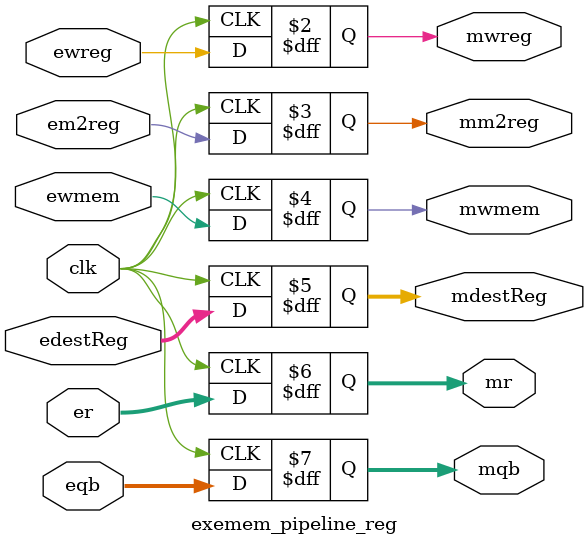
<source format=v>
`timescale 1ns / 1ps


module exemem_pipeline_reg(
input ewreg,
input em2reg,
input ewmem,
input [4:0] edestReg,
input [31:0] er,
input [31:0] eqb,
input clk,
output reg mwreg,
output reg mm2reg, 
output reg mwmem,
output reg [4:0] mdestReg,
output reg [31:0] mr,
output reg [31:0] mqb
    );
    
    always @(posedge clk)
    begin
        mwreg = ewreg;
        mm2reg = em2reg;
        mwmem = ewmem;
        mdestReg = edestReg;
        mr = er;
        mqb = eqb;
    end
endmodule

</source>
